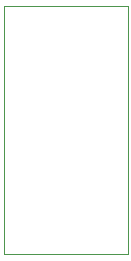
<source format=gbr>
%TF.GenerationSoftware,KiCad,Pcbnew,9.0.4*%
%TF.CreationDate,2025-09-01T15:08:38-04:00*%
%TF.ProjectId,servo_regulator,73657276-6f5f-4726-9567-756c61746f72,rev?*%
%TF.SameCoordinates,Original*%
%TF.FileFunction,Profile,NP*%
%FSLAX46Y46*%
G04 Gerber Fmt 4.6, Leading zero omitted, Abs format (unit mm)*
G04 Created by KiCad (PCBNEW 9.0.4) date 2025-09-01 15:08:38*
%MOMM*%
%LPD*%
G01*
G04 APERTURE LIST*
%TA.AperFunction,Profile*%
%ADD10C,0.100000*%
%TD*%
G04 APERTURE END LIST*
D10*
X115000000Y-29500000D02*
X125500000Y-29500000D01*
X125500000Y-50500000D01*
X115000000Y-50500000D01*
X115000000Y-29500000D01*
M02*

</source>
